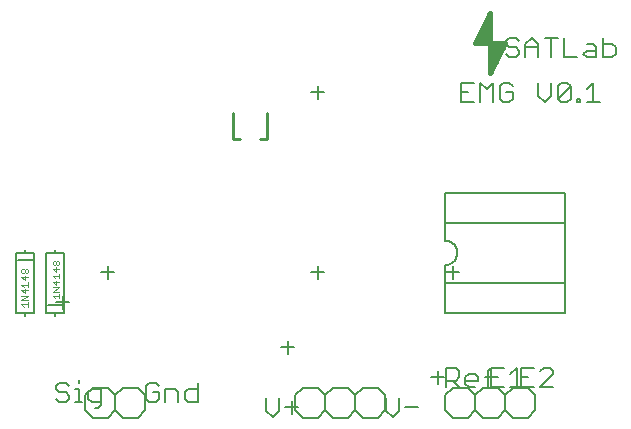
<source format=gto>
G75*
%MOIN*%
%OFA0B0*%
%FSLAX24Y24*%
%IPPOS*%
%LPD*%
%AMOC8*
5,1,8,0,0,1.08239X$1,22.5*
%
%ADD10C,0.0060*%
%ADD11C,0.0160*%
%ADD12C,0.0080*%
%ADD13C,0.0020*%
%ADD14C,0.0100*%
D10*
X002317Y001580D02*
X002210Y001687D01*
X002317Y001580D02*
X002530Y001580D01*
X002637Y001687D01*
X002637Y001794D01*
X002530Y001900D01*
X002317Y001900D01*
X002210Y002007D01*
X002210Y002114D01*
X002317Y002221D01*
X002530Y002221D01*
X002637Y002114D01*
X002855Y002007D02*
X002961Y002007D01*
X002961Y001580D01*
X002855Y001580D02*
X003068Y001580D01*
X003284Y001687D02*
X003391Y001580D01*
X003711Y001580D01*
X003711Y001473D02*
X003711Y002007D01*
X003391Y002007D01*
X003284Y001900D01*
X003284Y001687D01*
X003180Y001800D02*
X003430Y002050D01*
X003930Y002050D01*
X004180Y001800D01*
X004430Y002050D01*
X004930Y002050D01*
X005180Y001800D01*
X005180Y001300D01*
X004930Y001050D01*
X004430Y001050D01*
X004180Y001300D01*
X003930Y001050D01*
X003430Y001050D01*
X003180Y001300D01*
X003180Y001800D01*
X002961Y002221D02*
X002961Y002327D01*
X003711Y001473D02*
X003605Y001366D01*
X003498Y001366D01*
X004180Y001300D02*
X004180Y001800D01*
X005210Y001687D02*
X005317Y001580D01*
X005530Y001580D01*
X005637Y001687D01*
X005637Y001900D01*
X005424Y001900D01*
X005637Y002114D02*
X005530Y002221D01*
X005317Y002221D01*
X005210Y002114D01*
X005210Y001687D01*
X005855Y001580D02*
X005855Y002007D01*
X006175Y002007D01*
X006282Y001900D01*
X006282Y001580D01*
X006499Y001687D02*
X006499Y001900D01*
X006606Y002007D01*
X006926Y002007D01*
X006926Y002221D02*
X006926Y001580D01*
X006606Y001580D01*
X006499Y001687D01*
X009210Y001721D02*
X009210Y001294D01*
X009424Y001080D01*
X009637Y001294D01*
X009637Y001721D01*
X009855Y001400D02*
X010282Y001400D01*
X010180Y001300D02*
X010180Y001800D01*
X010430Y002050D01*
X010930Y002050D01*
X011180Y001800D01*
X011430Y002050D01*
X011930Y002050D01*
X012180Y001800D01*
X012430Y002050D01*
X012930Y002050D01*
X013180Y001800D01*
X013180Y001300D01*
X012930Y001050D01*
X012430Y001050D01*
X012180Y001300D01*
X011930Y001050D01*
X011430Y001050D01*
X011180Y001300D01*
X010930Y001050D01*
X010430Y001050D01*
X010180Y001300D01*
X010068Y001187D02*
X010068Y001614D01*
X011180Y001800D02*
X011180Y001300D01*
X012180Y001300D02*
X012180Y001800D01*
X013210Y001721D02*
X013210Y001294D01*
X013424Y001080D01*
X013637Y001294D01*
X013637Y001721D01*
X013855Y001400D02*
X014282Y001400D01*
X015180Y001300D02*
X015430Y001050D01*
X015930Y001050D01*
X016180Y001300D01*
X016430Y001050D01*
X016930Y001050D01*
X017180Y001300D01*
X017430Y001050D01*
X017930Y001050D01*
X018180Y001300D01*
X018180Y001800D01*
X017930Y002050D01*
X017430Y002050D01*
X017180Y001800D01*
X017180Y001300D01*
X017180Y001800D02*
X016930Y002050D01*
X016430Y002050D01*
X016180Y001800D01*
X016180Y001300D01*
X016180Y001800D02*
X015930Y002050D01*
X015430Y002050D01*
X015180Y001800D01*
X015180Y001300D01*
X015210Y002080D02*
X015210Y002721D01*
X015530Y002721D01*
X015637Y002614D01*
X015637Y002400D01*
X015530Y002294D01*
X015210Y002294D01*
X015137Y002400D02*
X014710Y002400D01*
X014924Y002187D02*
X014924Y002614D01*
X015424Y002294D02*
X015637Y002080D01*
X015855Y002187D02*
X015855Y002400D01*
X015961Y002507D01*
X016175Y002507D01*
X016282Y002400D01*
X016282Y002294D01*
X015855Y002294D01*
X015855Y002187D02*
X015961Y002080D01*
X016175Y002080D01*
X016606Y002080D02*
X016606Y002614D01*
X016713Y002721D01*
X016710Y002721D02*
X016710Y002080D01*
X017137Y002080D01*
X017355Y002080D02*
X017782Y002080D01*
X017710Y002080D02*
X018137Y002080D01*
X018355Y002080D02*
X018782Y002507D01*
X018782Y002614D01*
X018675Y002721D01*
X018461Y002721D01*
X018355Y002614D01*
X018137Y002721D02*
X017710Y002721D01*
X017710Y002080D01*
X017568Y002080D02*
X017568Y002721D01*
X017355Y002507D01*
X017137Y002721D02*
X016710Y002721D01*
X016710Y002400D02*
X016924Y002400D01*
X016713Y002400D02*
X016499Y002400D01*
X017710Y002400D02*
X017924Y002400D01*
X018355Y002080D02*
X018782Y002080D01*
X019180Y004550D02*
X019180Y005550D01*
X015180Y005550D01*
X015180Y006150D01*
X015424Y006114D02*
X015424Y005687D01*
X015180Y005550D02*
X015180Y004550D01*
X019180Y004550D01*
X019180Y005550D02*
X019180Y007550D01*
X015180Y007550D01*
X015180Y006950D01*
X015219Y006948D01*
X015258Y006942D01*
X015296Y006933D01*
X015333Y006920D01*
X015369Y006903D01*
X015402Y006883D01*
X015434Y006859D01*
X015463Y006833D01*
X015489Y006804D01*
X015513Y006772D01*
X015533Y006739D01*
X015550Y006703D01*
X015563Y006666D01*
X015572Y006628D01*
X015578Y006589D01*
X015580Y006550D01*
X015578Y006511D01*
X015572Y006472D01*
X015563Y006434D01*
X015550Y006397D01*
X015533Y006361D01*
X015513Y006328D01*
X015489Y006296D01*
X015463Y006267D01*
X015434Y006241D01*
X015402Y006217D01*
X015369Y006197D01*
X015333Y006180D01*
X015296Y006167D01*
X015258Y006158D01*
X015219Y006152D01*
X015180Y006150D01*
X015210Y005900D02*
X015637Y005900D01*
X015180Y007550D02*
X015180Y008550D01*
X019180Y008550D01*
X019180Y007550D01*
X019253Y011580D02*
X019040Y011580D01*
X018933Y011687D01*
X019360Y012114D01*
X019360Y011687D01*
X019253Y011580D01*
X019577Y011580D02*
X019684Y011580D01*
X019684Y011687D01*
X019577Y011687D01*
X019577Y011580D01*
X019900Y011580D02*
X020327Y011580D01*
X020113Y011580D02*
X020113Y012221D01*
X019900Y012007D01*
X019360Y012114D02*
X019253Y012221D01*
X019040Y012221D01*
X018933Y012114D01*
X018933Y011687D01*
X018715Y011794D02*
X018715Y012221D01*
X018288Y012221D02*
X018288Y011794D01*
X018502Y011580D01*
X018715Y011794D01*
X017426Y011687D02*
X017426Y011900D01*
X017213Y011900D01*
X017426Y012114D02*
X017319Y012221D01*
X017106Y012221D01*
X016999Y012114D01*
X016999Y011687D01*
X017106Y011580D01*
X017319Y011580D01*
X017426Y011687D01*
X016782Y011580D02*
X016782Y012221D01*
X016568Y012007D01*
X016355Y012221D01*
X016355Y011580D01*
X016137Y011580D02*
X015710Y011580D01*
X015710Y012221D01*
X016137Y012221D01*
X015924Y011900D02*
X015710Y011900D01*
X017210Y013187D02*
X017317Y013080D01*
X017530Y013080D01*
X017637Y013187D01*
X017637Y013294D01*
X017530Y013400D01*
X017317Y013400D01*
X017210Y013507D01*
X017210Y013614D01*
X017317Y013721D01*
X017530Y013721D01*
X017637Y013614D01*
X017855Y013507D02*
X018068Y013721D01*
X018282Y013507D01*
X018282Y013080D01*
X018282Y013400D02*
X017855Y013400D01*
X017855Y013507D02*
X017855Y013080D01*
X018713Y013080D02*
X018713Y013721D01*
X018926Y013721D02*
X018499Y013721D01*
X019144Y013721D02*
X019144Y013080D01*
X019571Y013080D01*
X019788Y013187D02*
X019895Y013294D01*
X020215Y013294D01*
X020215Y013400D02*
X020215Y013080D01*
X019895Y013080D01*
X019788Y013187D01*
X019895Y013507D02*
X020108Y013507D01*
X020215Y013400D01*
X020433Y013507D02*
X020753Y013507D01*
X020860Y013400D01*
X020860Y013187D01*
X020753Y013080D01*
X020433Y013080D01*
X020433Y013721D01*
X011137Y011900D02*
X010710Y011900D01*
X010924Y011687D02*
X010924Y012114D01*
X010924Y006114D02*
X010924Y005687D01*
X010710Y005900D02*
X011137Y005900D01*
X009924Y003614D02*
X009924Y003187D01*
X009710Y003400D02*
X010137Y003400D01*
X004137Y005900D02*
X003710Y005900D01*
X003924Y005687D02*
X003924Y006114D01*
X002637Y004900D02*
X002210Y004900D01*
X002424Y004687D02*
X002424Y005114D01*
D11*
X016180Y013550D02*
X016680Y013550D01*
X017180Y013550D01*
X016680Y012550D01*
X016680Y013550D01*
X016680Y014550D01*
X016180Y013550D01*
X016258Y013706D02*
X016680Y013706D01*
X016680Y013547D02*
X017179Y013547D01*
X017099Y013389D02*
X016680Y013389D01*
X016680Y013230D02*
X017020Y013230D01*
X016941Y013072D02*
X016680Y013072D01*
X016680Y012913D02*
X016862Y012913D01*
X016782Y012755D02*
X016680Y012755D01*
X016680Y012596D02*
X016703Y012596D01*
X016680Y013864D02*
X016337Y013864D01*
X016416Y014023D02*
X016680Y014023D01*
X016680Y014181D02*
X016496Y014181D01*
X016575Y014340D02*
X016680Y014340D01*
X016680Y014498D02*
X016654Y014498D01*
D12*
X002480Y006550D02*
X002480Y004550D01*
X002180Y004550D01*
X002180Y004450D01*
X002180Y004550D02*
X001880Y004550D01*
X001880Y006550D01*
X002180Y006550D01*
X002180Y006650D01*
X002180Y006550D02*
X002480Y006550D01*
X001480Y006550D02*
X001480Y004550D01*
X001180Y004550D01*
X001180Y004450D01*
X001180Y004550D02*
X000880Y004550D01*
X000880Y006550D01*
X001180Y006550D01*
X001180Y006650D01*
X001180Y006550D02*
X001480Y006550D01*
X001430Y006300D02*
X000930Y006300D01*
X001930Y004800D02*
X002430Y004800D01*
D13*
X002310Y005034D02*
X002310Y005181D01*
X002310Y005107D02*
X002090Y005107D01*
X002163Y005034D01*
X002090Y005255D02*
X002310Y005402D01*
X002090Y005402D01*
X002200Y005476D02*
X002200Y005623D01*
X002163Y005697D02*
X002090Y005770D01*
X002310Y005770D01*
X002310Y005697D02*
X002310Y005844D01*
X002200Y005918D02*
X002200Y006065D01*
X002237Y006139D02*
X002200Y006176D01*
X002200Y006249D01*
X002237Y006286D01*
X002273Y006286D01*
X002310Y006249D01*
X002310Y006176D01*
X002273Y006139D01*
X002237Y006139D01*
X002200Y006176D02*
X002163Y006139D01*
X002127Y006139D01*
X002090Y006176D01*
X002090Y006249D01*
X002127Y006286D01*
X002163Y006286D01*
X002200Y006249D01*
X002310Y006028D02*
X002090Y006028D01*
X002200Y005918D01*
X002310Y005586D02*
X002090Y005586D01*
X002200Y005476D01*
X002310Y005255D02*
X002090Y005255D01*
X001270Y005312D02*
X001050Y005312D01*
X001160Y005202D01*
X001160Y005349D01*
X001123Y005423D02*
X001050Y005496D01*
X001270Y005496D01*
X001270Y005423D02*
X001270Y005570D01*
X001160Y005644D02*
X001160Y005791D01*
X001197Y005865D02*
X001160Y005902D01*
X001160Y005975D01*
X001197Y006012D01*
X001233Y006012D01*
X001270Y005975D01*
X001270Y005902D01*
X001233Y005865D01*
X001197Y005865D01*
X001160Y005902D02*
X001123Y005865D01*
X001087Y005865D01*
X001050Y005902D01*
X001050Y005975D01*
X001087Y006012D01*
X001123Y006012D01*
X001160Y005975D01*
X001270Y005754D02*
X001050Y005754D01*
X001160Y005644D01*
X001270Y005128D02*
X001050Y005128D01*
X001050Y004981D02*
X001270Y005128D01*
X001270Y004981D02*
X001050Y004981D01*
X001050Y004833D02*
X001270Y004833D01*
X001270Y004760D02*
X001270Y004907D01*
X001123Y004760D02*
X001050Y004833D01*
D14*
X008109Y010361D02*
X008345Y010361D01*
X008109Y010361D02*
X008109Y011207D01*
X009015Y010361D02*
X009251Y010361D01*
X009251Y011207D01*
M02*

</source>
